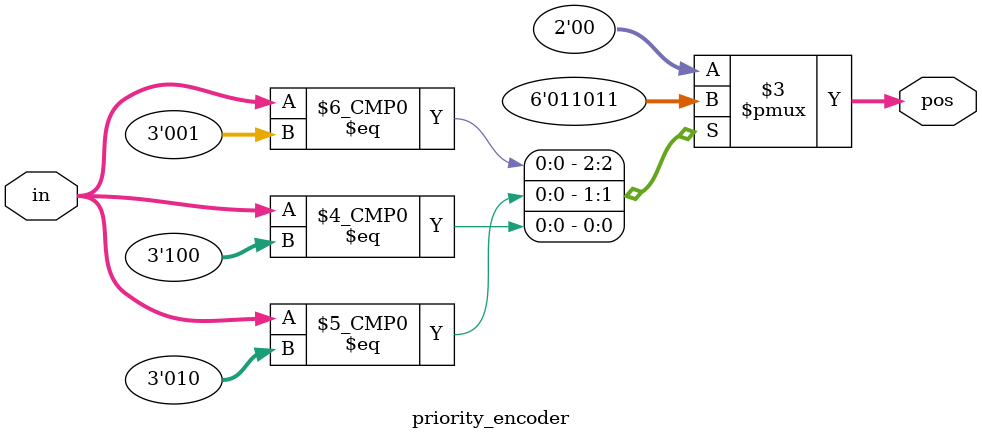
<source format=v>
module priority_encoder( 
input [2:0] in,
output reg [1:0] pos ); 
// When sel=1, assign b to out
always @( * ) begin
    case (in)
        3'b001: pos = 2'b01;
        3'b010: pos = 2'b10;
        3'b100: pos = 2'b11;
        default: pos = 2'b00;
    endcase
end
endmodule

</source>
